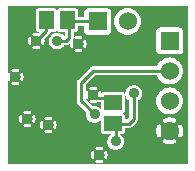
<source format=gbr>
G04 start of page 3 for group 1 idx 1 *
G04 Title: (unknown), solder *
G04 Creator: pcb 20091103 *
G04 CreationDate: Mon 21 Mar 2011 05:54:21 AM GMT UTC *
G04 For: gjhurlbu *
G04 Format: Gerber/RS-274X *
G04 PCB-Dimensions: 600000 500000 *
G04 PCB-Coordinate-Origin: lower left *
%MOIN*%
%FSLAX25Y25*%
%LNBACK*%
%ADD11C,0.0100*%
%ADD12C,0.0200*%
%ADD13C,0.0600*%
%ADD14C,0.0360*%
%ADD17C,0.0380*%
%ADD18R,0.0512X0.0512*%
G54D12*G36*
X120113Y462500D02*X122500D01*
Y410000D01*
X120113D01*
Y418860D01*
X120208Y418882D01*
X120329Y418933D01*
X120438Y419005D01*
X120534Y419094D01*
X120613Y419198D01*
X120672Y419315D01*
X120814Y419722D01*
X120917Y420142D01*
X120979Y420569D01*
X121000Y421000D01*
X120979Y421432D01*
X120917Y421859D01*
X120814Y422279D01*
X120672Y422686D01*
X120671D01*
X120612Y422802D01*
X120533Y422907D01*
X120437Y422996D01*
X120328Y423067D01*
X120207Y423118D01*
X120113Y423139D01*
Y428344D01*
X120397Y428750D01*
X120729Y429461D01*
X120932Y430219D01*
X121000Y431000D01*
X120932Y431781D01*
X120729Y432539D01*
X120397Y433250D01*
X120113Y433656D01*
Y438344D01*
X120397Y438750D01*
X120729Y439461D01*
X120932Y440219D01*
X121000Y441000D01*
X120932Y441781D01*
X120729Y442539D01*
X120397Y443250D01*
X120113Y443656D01*
Y446637D01*
X120250Y446701D01*
X120464Y446851D01*
X120649Y447036D01*
X120799Y447250D01*
X120910Y447487D01*
X120977Y447740D01*
X121000Y448000D01*
Y454000D01*
X120977Y454260D01*
X120910Y454513D01*
X120799Y454750D01*
X120649Y454964D01*
X120464Y455149D01*
X120250Y455299D01*
X120113Y455363D01*
Y462500D01*
G37*
G36*
Y443656D02*X119947Y443893D01*
X119393Y444447D01*
X118750Y444897D01*
X118039Y445229D01*
X117281Y445432D01*
X116500Y445500D01*
Y446500D01*
X119500D01*
X119760Y446523D01*
X120013Y446590D01*
X120113Y446637D01*
Y443656D01*
G37*
G36*
Y433656D02*X119947Y433893D01*
X119393Y434447D01*
X118750Y434897D01*
X118039Y435229D01*
X117281Y435432D01*
X116500Y435500D01*
Y436500D01*
X117281Y436568D01*
X118039Y436771D01*
X118750Y437103D01*
X119393Y437553D01*
X119947Y438107D01*
X120113Y438344D01*
Y433656D01*
G37*
G36*
Y410000D02*X116500D01*
Y416500D01*
X116931Y416521D01*
X117358Y416583D01*
X117778Y416686D01*
X118185Y416828D01*
Y416829D01*
X118301Y416888D01*
X118406Y416967D01*
X118495Y417063D01*
X118566Y417172D01*
X118617Y417293D01*
X118646Y417420D01*
X118653Y417550D01*
X118637Y417680D01*
X118599Y417805D01*
X118540Y417921D01*
X118461Y418026D01*
X118365Y418115D01*
X118256Y418186D01*
X118135Y418237D01*
X118008Y418266D01*
X117878Y418273D01*
X117748Y418257D01*
X117623Y418219D01*
X117352Y418124D01*
X117072Y418056D01*
X116787Y418014D01*
X116500Y418000D01*
Y424000D01*
X116787Y423987D01*
X117072Y423945D01*
X117352Y423877D01*
X117623Y423782D01*
Y423781D01*
X117748Y423743D01*
X117878Y423727D01*
X118009Y423734D01*
X118136Y423763D01*
X118257Y423814D01*
X118366Y423886D01*
X118462Y423975D01*
X118541Y424079D01*
X118600Y424196D01*
X118638Y424321D01*
X118654Y424451D01*
X118647Y424582D01*
X118618Y424709D01*
X118567Y424830D01*
X118495Y424939D01*
X118406Y425035D01*
X118302Y425114D01*
X118185Y425173D01*
X117778Y425315D01*
X117358Y425418D01*
X116931Y425480D01*
X116500Y425500D01*
Y426500D01*
X117281Y426568D01*
X118039Y426771D01*
X118750Y427103D01*
X119393Y427553D01*
X119947Y428107D01*
X120113Y428344D01*
Y423139D01*
X120080Y423147D01*
X119950Y423154D01*
X119820Y423138D01*
X119695Y423100D01*
X119579Y423041D01*
X119474Y422962D01*
X119385Y422866D01*
X119314Y422757D01*
X119263Y422636D01*
X119234Y422509D01*
X119227Y422379D01*
X119243Y422249D01*
X119281Y422124D01*
X119376Y421853D01*
X119444Y421573D01*
X119486Y421288D01*
X119500Y421000D01*
X119486Y420713D01*
X119444Y420428D01*
X119376Y420148D01*
X119281Y419877D01*
X119280D01*
X119242Y419752D01*
X119226Y419622D01*
X119233Y419491D01*
X119262Y419364D01*
X119313Y419243D01*
X119385Y419134D01*
X119474Y419038D01*
X119578Y418959D01*
X119695Y418900D01*
X119820Y418862D01*
X119950Y418846D01*
X120081Y418853D01*
X120113Y418860D01*
Y410000D01*
G37*
G36*
X116500Y462500D02*X120113D01*
Y455363D01*
X120013Y455410D01*
X119760Y455477D01*
X119500Y455500D01*
X116500D01*
Y462500D01*
G37*
G36*
X112887Y438344D02*X113053Y438107D01*
X113607Y437553D01*
X114250Y437103D01*
X114961Y436771D01*
X115719Y436568D01*
X116500Y436500D01*
Y435500D01*
X115719Y435432D01*
X114961Y435229D01*
X114250Y434897D01*
X113607Y434447D01*
X113053Y433893D01*
X112887Y433656D01*
Y438344D01*
G37*
G36*
X116500Y410000D02*X112887D01*
Y418861D01*
X112919Y418854D01*
X113049Y418847D01*
X113179Y418863D01*
X113304Y418901D01*
X113420Y418960D01*
X113525Y419039D01*
X113614Y419135D01*
X113685Y419244D01*
X113736Y419365D01*
X113765Y419492D01*
X113772Y419622D01*
X113756Y419752D01*
X113718Y419877D01*
X113623Y420148D01*
X113555Y420428D01*
X113513Y420713D01*
X113500Y421001D01*
X113513Y421288D01*
X113546Y421510D01*
X113555Y421573D01*
X113623Y421853D01*
X113718Y422124D01*
X113719D01*
X113757Y422249D01*
X113773Y422379D01*
X113766Y422510D01*
X113737Y422637D01*
X113686Y422758D01*
X113614Y422867D01*
X113525Y422963D01*
X113421Y423042D01*
X113304Y423101D01*
X113179Y423139D01*
X113049Y423155D01*
X112918Y423148D01*
X112887Y423141D01*
Y428344D01*
X113053Y428107D01*
X113607Y427553D01*
X114250Y427103D01*
X114961Y426771D01*
X115719Y426568D01*
X116500Y426500D01*
Y425500D01*
X116068Y425480D01*
X115641Y425418D01*
X115221Y425315D01*
X114814Y425173D01*
Y425172D01*
X114698Y425113D01*
X114593Y425034D01*
X114504Y424938D01*
X114433Y424829D01*
X114382Y424708D01*
X114353Y424581D01*
X114346Y424451D01*
X114362Y424321D01*
X114400Y424196D01*
X114459Y424080D01*
X114538Y423975D01*
X114634Y423886D01*
X114743Y423815D01*
X114864Y423764D01*
X114991Y423735D01*
X115121Y423728D01*
X115251Y423744D01*
X115376Y423782D01*
X115647Y423877D01*
X115927Y423945D01*
X116212Y423987D01*
X116500Y424000D01*
Y418000D01*
X116499D01*
X116212Y418014D01*
X115927Y418056D01*
X115647Y418124D01*
X115376Y418219D01*
Y418220D01*
X115251Y418258D01*
X115121Y418274D01*
X114990Y418267D01*
X114863Y418238D01*
X114742Y418187D01*
X114633Y418115D01*
X114537Y418026D01*
X114458Y417922D01*
X114399Y417805D01*
X114361Y417680D01*
X114345Y417550D01*
X114352Y417419D01*
X114381Y417292D01*
X114432Y417171D01*
X114504Y417062D01*
X114593Y416966D01*
X114697Y416887D01*
X114814Y416828D01*
X115221Y416686D01*
X115641Y416583D01*
X116068Y416521D01*
X116499Y416500D01*
X116500D01*
Y410000D01*
G37*
G36*
X112887D02*X103250D01*
Y421957D01*
X103302Y421966D01*
X103353Y421984D01*
X103427Y422004D01*
X103492Y422035D01*
X103548Y422055D01*
X103599Y422085D01*
X103664Y422115D01*
X103725Y422157D01*
X103774Y422186D01*
X103818Y422223D01*
X103878Y422265D01*
X103930Y422317D01*
X103974Y422354D01*
X105560Y423940D01*
X105561Y423939D01*
X105608Y423995D01*
X105649Y424036D01*
X105682Y424083D01*
X105729Y424139D01*
X105766Y424203D01*
X105799Y424250D01*
X105825Y424305D01*
X105860Y424366D01*
X105882Y424428D01*
X105910Y424487D01*
X105927Y424551D01*
X105949Y424612D01*
X105961Y424681D01*
X105977Y424740D01*
X105982Y424796D01*
X105995Y424869D01*
Y424943D01*
X106000Y425000D01*
Y431145D01*
X106300Y431355D01*
X106645Y431700D01*
X106925Y432100D01*
X107131Y432542D01*
X107257Y433014D01*
X107300Y433500D01*
X107257Y433986D01*
X107131Y434458D01*
X106925Y434900D01*
X106645Y435300D01*
X106300Y435645D01*
X105900Y435925D01*
X105458Y436131D01*
X104986Y436257D01*
X104500Y436300D01*
X104014Y436257D01*
X103542Y436131D01*
X103250Y435995D01*
Y439500D01*
X112261D01*
X112271Y439461D01*
X112603Y438750D01*
X112887Y438344D01*
Y433656D01*
X112603Y433250D01*
X112271Y432539D01*
X112068Y431781D01*
X112000Y431000D01*
X112068Y430219D01*
X112271Y429461D01*
X112603Y428750D01*
X112887Y428344D01*
Y423141D01*
X112791Y423119D01*
X112670Y423068D01*
X112561Y422996D01*
X112465Y422907D01*
X112386Y422803D01*
X112327Y422686D01*
X112185Y422279D01*
X112082Y421859D01*
X112031Y421510D01*
X112020Y421432D01*
X112000Y421001D01*
X112020Y420569D01*
X112082Y420142D01*
X112185Y419722D01*
X112327Y419315D01*
X112328D01*
X112387Y419199D01*
X112466Y419094D01*
X112562Y419005D01*
X112671Y418934D01*
X112792Y418883D01*
X112887Y418861D01*
Y410000D01*
G37*
G36*
X103250Y462500D02*X116500D01*
Y455500D01*
X113500D01*
X113240Y455477D01*
X112987Y455410D01*
X112750Y455299D01*
X112536Y455149D01*
X112351Y454964D01*
X112201Y454750D01*
X112090Y454513D01*
X112023Y454260D01*
X112000Y454000D01*
Y448000D01*
X112023Y447740D01*
X112090Y447487D01*
X112201Y447250D01*
X112351Y447036D01*
X112536Y446851D01*
X112750Y446701D01*
X112987Y446590D01*
X113240Y446523D01*
X113500Y446500D01*
X116500D01*
Y445500D01*
X115719Y445432D01*
X114961Y445229D01*
X114250Y444897D01*
X113607Y444447D01*
X113053Y443893D01*
X112603Y443250D01*
X112271Y442539D01*
X112261Y442500D01*
X103250D01*
Y453065D01*
X103281Y453068D01*
X104039Y453271D01*
X104750Y453603D01*
X105393Y454053D01*
X105947Y454607D01*
X106397Y455250D01*
X106729Y455961D01*
X106932Y456719D01*
X107000Y457500D01*
X106932Y458281D01*
X106729Y459039D01*
X106397Y459750D01*
X105947Y460393D01*
X105393Y460947D01*
X104750Y461397D01*
X104039Y461729D01*
X103281Y461932D01*
X103250Y461935D01*
Y462500D01*
G37*
G36*
X91000Y430200D02*X91244Y430211D01*
X91486Y430243D01*
X91724Y430296D01*
X91957Y430369D01*
X92036Y430406D01*
X92107Y430456D01*
X92141Y430489D01*
X92152Y430500D01*
X93655D01*
Y428286D01*
X93645Y428300D01*
X93300Y428645D01*
X92900Y428925D01*
X92458Y429131D01*
X91986Y429257D01*
X91500Y429300D01*
X91014Y429257D01*
X91000Y429253D01*
Y430200D01*
G37*
G36*
X103250Y435995D02*X103100Y435925D01*
X102700Y435645D01*
X102355Y435300D01*
X102075Y434900D01*
X101869Y434458D01*
X101743Y433986D01*
X101700Y433500D01*
X101743Y433014D01*
X101869Y432542D01*
X102075Y432100D01*
X102355Y431700D01*
X102700Y431355D01*
X103000Y431145D01*
Y425622D01*
X102292Y424914D01*
X101559D01*
Y425973D01*
X101544Y426147D01*
X101499Y426315D01*
X101425Y426473D01*
X101325Y426616D01*
X101202Y426739D01*
X101059Y426839D01*
X100901Y426913D01*
X100737Y426957D01*
X100901Y427001D01*
X101059Y427075D01*
X101202Y427175D01*
X101325Y427298D01*
X101425Y427441D01*
X101499Y427599D01*
X101544Y427767D01*
X101559Y427941D01*
Y433059D01*
X101544Y433233D01*
X101499Y433401D01*
X101425Y433559D01*
X101325Y433702D01*
X101202Y433825D01*
X101059Y433925D01*
X100901Y433999D01*
X100733Y434044D01*
X100559Y434059D01*
X94655D01*
X94481Y434044D01*
X94313Y433999D01*
X94155Y433925D01*
X94012Y433825D01*
X93889Y433702D01*
X93789Y433559D01*
X93761Y433500D01*
X93754D01*
X93752Y433510D01*
X93704Y433725D01*
X93631Y433958D01*
X93594Y434037D01*
X93544Y434108D01*
X93483Y434170D01*
X93411Y434220D01*
X93332Y434257D01*
X93248Y434280D01*
X93161Y434287D01*
X93074Y434280D01*
X92990Y434257D01*
X92911Y434220D01*
X92840Y434170D01*
X92778Y434109D01*
X92728Y434037D01*
X92691Y433958D01*
X92668Y433874D01*
X92661Y433787D01*
X92668Y433700D01*
X92691Y433616D01*
X92724Y433510D01*
X92727Y433500D01*
X92621D01*
X92061Y434060D01*
X91861Y434228D01*
X91634Y434359D01*
X91389Y434448D01*
X91131Y434494D01*
X91000D01*
Y434800D01*
X91156Y434794D01*
X91312Y434773D01*
X91465Y434739D01*
X91615Y434692D01*
X91699Y434669D01*
X91786Y434662D01*
X91873Y434669D01*
X91957Y434692D01*
X92036Y434729D01*
X92108Y434779D01*
X92169Y434841D01*
X92219Y434912D01*
X92256Y434991D01*
X92279Y435075D01*
X92286Y435162D01*
X92279Y435249D01*
X92256Y435333D01*
X92219Y435412D01*
X92169Y435484D01*
X92107Y435545D01*
X92036Y435595D01*
X91957Y435632D01*
X91724Y435705D01*
X91486Y435758D01*
X91244Y435790D01*
X91000Y435800D01*
Y438880D01*
X91620Y439500D01*
X103250D01*
Y435995D01*
G37*
G36*
X91000Y434494D02*X90870D01*
X90613Y434449D01*
X90367Y434360D01*
X90140Y434229D01*
X89940Y434061D01*
X89772Y433861D01*
X89641Y433634D01*
X89552Y433389D01*
X89506Y433131D01*
Y432870D01*
X89551Y432613D01*
X89640Y432367D01*
X89771Y432140D01*
X89939Y431940D01*
X90641Y431238D01*
X90534Y431262D01*
X90384Y431309D01*
X90300Y431332D01*
X90213Y431339D01*
X90126Y431332D01*
X90042Y431309D01*
X89963Y431272D01*
X89891Y431222D01*
X89830Y431160D01*
X89780Y431089D01*
X89743Y431010D01*
X89720Y430926D01*
X89713Y430839D01*
X89720Y430752D01*
X89743Y430668D01*
X89780Y430589D01*
X89830Y430517D01*
X89892Y430456D01*
X89963Y430406D01*
X90042Y430369D01*
X90275Y430296D01*
X90513Y430243D01*
X90755Y430211D01*
X90999Y430200D01*
X91000D01*
Y429253D01*
X90896Y429225D01*
X88500Y431621D01*
Y431847D01*
X88516Y431831D01*
X88588Y431781D01*
X88667Y431744D01*
X88751Y431721D01*
X88838Y431714D01*
X88925Y431721D01*
X89009Y431744D01*
X89088Y431781D01*
X89159Y431831D01*
X89221Y431892D01*
X89271Y431964D01*
X89308Y432043D01*
X89331Y432127D01*
X89338Y432214D01*
X89331Y432301D01*
X89308Y432385D01*
X89261Y432535D01*
X89227Y432688D01*
X89206Y432844D01*
X89200Y433001D01*
X89206Y433157D01*
X89227Y433313D01*
X89261Y433466D01*
X89308Y433616D01*
X89331Y433700D01*
X89338Y433787D01*
X89331Y433874D01*
X89308Y433958D01*
X89271Y434037D01*
X89221Y434109D01*
X89159Y434170D01*
X89088Y434220D01*
X89009Y434257D01*
X88925Y434280D01*
X88838Y434287D01*
X88751Y434280D01*
X88667Y434257D01*
X88588Y434220D01*
X88516Y434170D01*
X88500Y434154D01*
Y436380D01*
X91000Y438880D01*
Y435800D01*
X90755Y435790D01*
X90513Y435758D01*
X90275Y435705D01*
X90042Y435632D01*
X89963Y435595D01*
X89892Y435545D01*
X89830Y435484D01*
X89780Y435412D01*
X89743Y435333D01*
X89720Y435249D01*
X89713Y435162D01*
X89720Y435075D01*
X89743Y434991D01*
X89780Y434912D01*
X89830Y434841D01*
X89891Y434779D01*
X89963Y434729D01*
X90042Y434692D01*
X90126Y434669D01*
X90213Y434662D01*
X90300Y434669D01*
X90384Y434692D01*
X90534Y434739D01*
X90687Y434773D01*
X90843Y434794D01*
X91000Y434800D01*
Y434494D01*
G37*
G36*
X66769Y439326D02*X66772Y439313D01*
X66793Y439157D01*
X66800Y439000D01*
X66793Y438844D01*
X66772Y438688D01*
X66769Y438674D01*
Y439326D01*
G37*
G36*
X71231Y452663D02*X71300Y452669D01*
X71384Y452692D01*
X71534Y452739D01*
X71641Y452763D01*
X71231Y452353D01*
Y452663D01*
G37*
G36*
X95231Y419855D02*X97000D01*
X96700Y419645D01*
X96355Y419300D01*
X96075Y418900D01*
X95869Y418458D01*
X95743Y417986D01*
X95700Y417500D01*
X95743Y417014D01*
X95869Y416542D01*
X96075Y416100D01*
X96355Y415700D01*
X96700Y415355D01*
X97100Y415075D01*
X97542Y414869D01*
X98014Y414743D01*
X98500Y414700D01*
X98986Y414743D01*
X99458Y414869D01*
X99900Y415075D01*
X100300Y415355D01*
X100645Y415700D01*
X100925Y416100D01*
X101131Y416542D01*
X101257Y417014D01*
X101300Y417500D01*
X101257Y417986D01*
X101131Y418458D01*
X100925Y418900D01*
X100645Y419300D01*
X100300Y419645D01*
X100000Y419855D01*
X100559D01*
X100733Y419870D01*
X100901Y419915D01*
X101059Y419989D01*
X101202Y420089D01*
X101325Y420212D01*
X101425Y420355D01*
X101499Y420513D01*
X101544Y420681D01*
X101559Y420855D01*
Y421914D01*
X102914D01*
X102994Y421921D01*
X103045D01*
X103098Y421930D01*
X103174Y421937D01*
X103248Y421957D01*
X103250D01*
Y410000D01*
X95231D01*
Y411720D01*
X95248Y411721D01*
X95332Y411744D01*
X95411Y411781D01*
X95483Y411831D01*
X95544Y411893D01*
X95594Y411964D01*
X95631Y412043D01*
X95704Y412276D01*
X95757Y412514D01*
X95789Y412756D01*
X95800Y413000D01*
X95789Y413245D01*
X95757Y413487D01*
X95704Y413725D01*
X95631Y413958D01*
X95594Y414037D01*
X95544Y414108D01*
X95483Y414170D01*
X95411Y414220D01*
X95332Y414257D01*
X95248Y414280D01*
X95231Y414281D01*
Y419855D01*
G37*
G36*
X93000Y424145D02*X93300Y424355D01*
X93645Y424700D01*
X93655Y424714D01*
Y420855D01*
X93670Y420681D01*
X93715Y420513D01*
X93789Y420355D01*
X93889Y420212D01*
X94012Y420089D01*
X94155Y419989D01*
X94313Y419915D01*
X94481Y419870D01*
X94655Y419855D01*
X95231D01*
Y414281D01*
X95161Y414287D01*
X95074Y414280D01*
X94990Y414257D01*
X94911Y414220D01*
X94840Y414170D01*
X94778Y414109D01*
X94728Y414037D01*
X94691Y413958D01*
X94668Y413874D01*
X94661Y413787D01*
X94668Y413700D01*
X94691Y413616D01*
X94738Y413466D01*
X94772Y413313D01*
X94793Y413157D01*
X94800Y413000D01*
X94793Y412844D01*
X94772Y412688D01*
X94738Y412535D01*
X94691Y412385D01*
X94668Y412301D01*
X94661Y412214D01*
X94668Y412127D01*
X94691Y412043D01*
X94728Y411964D01*
X94778Y411892D01*
X94840Y411831D01*
X94911Y411781D01*
X94990Y411744D01*
X95074Y411721D01*
X95161Y411714D01*
X95231Y411720D01*
Y410000D01*
X93000D01*
Y410200D01*
X93244Y410211D01*
X93486Y410243D01*
X93724Y410296D01*
X93957Y410369D01*
X94036Y410406D01*
X94107Y410456D01*
X94169Y410517D01*
X94219Y410589D01*
X94256Y410668D01*
X94279Y410752D01*
X94286Y410839D01*
X94279Y410926D01*
X94256Y411010D01*
X94219Y411089D01*
X94169Y411160D01*
X94108Y411222D01*
X94036Y411272D01*
X93957Y411309D01*
X93873Y411332D01*
X93786Y411339D01*
X93699Y411332D01*
X93615Y411309D01*
X93465Y411262D01*
X93312Y411228D01*
X93156Y411207D01*
X93000Y411200D01*
Y414800D01*
X93156Y414794D01*
X93312Y414773D01*
X93465Y414739D01*
X93615Y414692D01*
X93699Y414669D01*
X93786Y414662D01*
X93873Y414669D01*
X93957Y414692D01*
X94036Y414729D01*
X94108Y414779D01*
X94169Y414841D01*
X94219Y414912D01*
X94256Y414991D01*
X94279Y415075D01*
X94286Y415162D01*
X94279Y415249D01*
X94256Y415333D01*
X94219Y415412D01*
X94169Y415484D01*
X94107Y415545D01*
X94036Y415595D01*
X93957Y415632D01*
X93724Y415705D01*
X93486Y415758D01*
X93244Y415790D01*
X93000Y415800D01*
Y424145D01*
G37*
G36*
X90769Y423808D02*X91014Y423743D01*
X91500Y423700D01*
X91986Y423743D01*
X92458Y423869D01*
X92900Y424075D01*
X93000Y424145D01*
Y415800D01*
X92755Y415790D01*
X92513Y415758D01*
X92275Y415705D01*
X92042Y415632D01*
X91963Y415595D01*
X91892Y415545D01*
X91830Y415484D01*
X91780Y415412D01*
X91743Y415333D01*
X91720Y415249D01*
X91713Y415162D01*
X91720Y415075D01*
X91743Y414991D01*
X91780Y414912D01*
X91830Y414841D01*
X91891Y414779D01*
X91963Y414729D01*
X92042Y414692D01*
X92126Y414669D01*
X92213Y414662D01*
X92300Y414669D01*
X92384Y414692D01*
X92534Y414739D01*
X92687Y414773D01*
X92843Y414794D01*
X93000Y414800D01*
Y411200D01*
X92999D01*
X92843Y411207D01*
X92687Y411228D01*
X92534Y411262D01*
X92384Y411309D01*
X92300Y411332D01*
X92213Y411339D01*
X92126Y411332D01*
X92042Y411309D01*
X91963Y411272D01*
X91891Y411222D01*
X91830Y411160D01*
X91780Y411089D01*
X91743Y411010D01*
X91720Y410926D01*
X91713Y410839D01*
X91720Y410752D01*
X91743Y410668D01*
X91780Y410589D01*
X91830Y410517D01*
X91892Y410456D01*
X91963Y410406D01*
X92042Y410369D01*
X92275Y410296D01*
X92513Y410243D01*
X92755Y410211D01*
X92999Y410200D01*
X93000D01*
Y410000D01*
X90769D01*
Y411720D01*
X90838Y411714D01*
X90925Y411721D01*
X91009Y411744D01*
X91088Y411781D01*
X91159Y411831D01*
X91221Y411892D01*
X91271Y411964D01*
X91308Y412043D01*
X91331Y412127D01*
X91338Y412214D01*
X91331Y412301D01*
X91308Y412385D01*
X91261Y412535D01*
X91227Y412688D01*
X91206Y412844D01*
X91200Y413001D01*
X91206Y413157D01*
X91227Y413313D01*
X91261Y413466D01*
X91308Y413616D01*
X91331Y413700D01*
X91338Y413787D01*
X91331Y413874D01*
X91308Y413958D01*
X91271Y414037D01*
X91221Y414109D01*
X91159Y414170D01*
X91088Y414220D01*
X91009Y414257D01*
X90925Y414280D01*
X90838Y414287D01*
X90769Y414281D01*
Y423808D01*
G37*
G36*
X86000Y429879D02*X88775Y427104D01*
X88743Y426986D01*
X88700Y426500D01*
X88743Y426014D01*
X88869Y425542D01*
X89075Y425100D01*
X89355Y424700D01*
X89700Y424355D01*
X90100Y424075D01*
X90542Y423869D01*
X90769Y423808D01*
Y414281D01*
X90751Y414280D01*
X90667Y414257D01*
X90588Y414220D01*
X90516Y414170D01*
X90455Y414108D01*
X90405Y414037D01*
X90368Y413958D01*
X90295Y413725D01*
X90242Y413487D01*
X90210Y413245D01*
X90200Y413001D01*
X90210Y412756D01*
X90242Y412514D01*
X90295Y412276D01*
X90368Y412043D01*
X90405Y411964D01*
X90455Y411893D01*
X90516Y411831D01*
X90588Y411781D01*
X90667Y411744D01*
X90751Y411721D01*
X90769Y411720D01*
Y410000D01*
X86000D01*
Y429879D01*
G37*
G36*
X88231Y462500D02*X103250D01*
Y461935D01*
X102500Y462000D01*
X101719Y461932D01*
X100961Y461729D01*
X100250Y461397D01*
X99607Y460947D01*
X99053Y460393D01*
X98603Y459750D01*
X98271Y459039D01*
X98068Y458281D01*
X98000Y457500D01*
X98068Y456719D01*
X98271Y455961D01*
X98603Y455250D01*
X99053Y454607D01*
X99607Y454053D01*
X100250Y453603D01*
X100961Y453271D01*
X101719Y453068D01*
X102500Y453000D01*
X103250Y453065D01*
Y442500D01*
X91000D01*
X90943Y442495D01*
X90869D01*
X90798Y442482D01*
X90740Y442477D01*
X90681Y442461D01*
X90612Y442449D01*
X90549Y442426D01*
X90487Y442410D01*
X90429Y442383D01*
X90366Y442360D01*
X90306Y442325D01*
X90250Y442299D01*
X90202Y442265D01*
X90139Y442229D01*
X90082Y442181D01*
X90036Y442149D01*
X89995Y442108D01*
X89939Y442061D01*
X88231Y440353D01*
Y448720D01*
X88248Y448721D01*
X88332Y448744D01*
X88411Y448781D01*
X88483Y448831D01*
X88544Y448893D01*
X88594Y448964D01*
X88631Y449043D01*
X88704Y449276D01*
X88757Y449514D01*
X88789Y449756D01*
X88800Y450000D01*
X88789Y450245D01*
X88757Y450487D01*
X88704Y450725D01*
X88631Y450958D01*
X88594Y451037D01*
X88544Y451108D01*
X88483Y451170D01*
X88411Y451220D01*
X88332Y451257D01*
X88248Y451280D01*
X88231Y451281D01*
Y453707D01*
X88351Y453536D01*
X88536Y453351D01*
X88750Y453201D01*
X88987Y453090D01*
X89240Y453023D01*
X89500Y453000D01*
X95500D01*
X95760Y453023D01*
X96013Y453090D01*
X96250Y453201D01*
X96464Y453351D01*
X96649Y453536D01*
X96799Y453750D01*
X96910Y453987D01*
X96977Y454240D01*
X97000Y454500D01*
Y460500D01*
X96977Y460760D01*
X96910Y461013D01*
X96799Y461250D01*
X96649Y461464D01*
X96464Y461649D01*
X96250Y461799D01*
X96013Y461910D01*
X95760Y461977D01*
X95500Y462000D01*
X89500D01*
X89240Y461977D01*
X88987Y461910D01*
X88750Y461799D01*
X88536Y461649D01*
X88351Y461464D01*
X88231Y461293D01*
Y462500D01*
G37*
G36*
Y440353D02*X86000Y438122D01*
Y447200D01*
X86244Y447211D01*
X86486Y447243D01*
X86724Y447296D01*
X86957Y447369D01*
X87036Y447406D01*
X87107Y447456D01*
X87169Y447517D01*
X87219Y447589D01*
X87256Y447668D01*
X87279Y447752D01*
X87286Y447839D01*
X87279Y447926D01*
X87256Y448010D01*
X87219Y448089D01*
X87169Y448160D01*
X87108Y448222D01*
X87036Y448272D01*
X86957Y448309D01*
X86873Y448332D01*
X86786Y448339D01*
X86699Y448332D01*
X86615Y448309D01*
X86465Y448262D01*
X86312Y448228D01*
X86156Y448207D01*
X86000Y448200D01*
Y451800D01*
X86156Y451794D01*
X86312Y451773D01*
X86465Y451739D01*
X86615Y451692D01*
X86699Y451669D01*
X86786Y451662D01*
X86873Y451669D01*
X86957Y451692D01*
X87036Y451729D01*
X87108Y451779D01*
X87169Y451841D01*
X87219Y451912D01*
X87256Y451991D01*
X87279Y452075D01*
X87286Y452162D01*
X87279Y452249D01*
X87256Y452333D01*
X87219Y452412D01*
X87169Y452484D01*
X87107Y452545D01*
X87036Y452595D01*
X86957Y452632D01*
X86724Y452705D01*
X86486Y452758D01*
X86244Y452790D01*
X86000Y452800D01*
Y454603D01*
X86044Y454767D01*
X86059Y454941D01*
Y456000D01*
X88000D01*
Y454500D01*
X88023Y454240D01*
X88090Y453987D01*
X88201Y453750D01*
X88231Y453707D01*
Y451281D01*
X88161Y451287D01*
X88074Y451280D01*
X87990Y451257D01*
X87911Y451220D01*
X87840Y451170D01*
X87778Y451109D01*
X87728Y451037D01*
X87691Y450958D01*
X87668Y450874D01*
X87661Y450787D01*
X87668Y450700D01*
X87691Y450616D01*
X87738Y450466D01*
X87772Y450313D01*
X87793Y450157D01*
X87800Y450000D01*
X87793Y449844D01*
X87772Y449688D01*
X87738Y449535D01*
X87691Y449385D01*
X87668Y449301D01*
X87661Y449214D01*
X87668Y449127D01*
X87691Y449043D01*
X87728Y448964D01*
X87778Y448892D01*
X87840Y448831D01*
X87911Y448781D01*
X87990Y448744D01*
X88074Y448721D01*
X88161Y448714D01*
X88231Y448720D01*
Y440353D01*
G37*
G36*
X86000Y462500D02*X88231D01*
Y461293D01*
X88201Y461250D01*
X88090Y461013D01*
X88023Y460760D01*
X88000Y460500D01*
Y459000D01*
X86059D01*
Y460845D01*
X86044Y461019D01*
X86000Y461183D01*
Y462500D01*
G37*
G36*
X78231Y453978D02*X78315Y454001D01*
X78473Y454075D01*
X78616Y454175D01*
X78739Y454298D01*
X78839Y454441D01*
X78913Y454599D01*
X78957Y454763D01*
X79001Y454599D01*
X79075Y454441D01*
X79175Y454298D01*
X79298Y454175D01*
X79441Y454075D01*
X79599Y454001D01*
X79767Y453956D01*
X79941Y453941D01*
X81500D01*
Y452622D01*
X81378Y452500D01*
X81355D01*
X81145Y452800D01*
X80800Y453145D01*
X80400Y453425D01*
X79958Y453631D01*
X79486Y453757D01*
X79000Y453800D01*
X78514Y453757D01*
X78231Y453681D01*
Y453978D01*
G37*
G36*
X86000Y438122D02*X85939Y438061D01*
X85940Y438060D01*
X85903Y438016D01*
X85851Y437964D01*
X85809Y437904D01*
X85772Y437860D01*
X85743Y437810D01*
X85701Y437750D01*
X85671Y437686D01*
X85641Y437634D01*
X85622Y437581D01*
X85590Y437513D01*
X85570Y437437D01*
X85552Y437388D01*
X85542Y437333D01*
X85523Y437260D01*
X85516Y437185D01*
X85507Y437131D01*
Y437079D01*
X85500Y437000D01*
Y431000D01*
X85506Y430932D01*
Y430870D01*
X85517Y430807D01*
X85523Y430740D01*
X85540Y430676D01*
X85551Y430613D01*
X85572Y430555D01*
X85590Y430487D01*
X85619Y430425D01*
X85640Y430367D01*
X85673Y430310D01*
X85701Y430250D01*
X85738Y430197D01*
X85771Y430140D01*
X85814Y430089D01*
X85851Y430036D01*
X85897Y429990D01*
X85939Y429940D01*
X86000Y429879D01*
Y410000D01*
X78231D01*
Y421720D01*
X78248Y421721D01*
X78332Y421744D01*
X78411Y421781D01*
X78483Y421831D01*
X78544Y421893D01*
X78594Y421964D01*
X78631Y422043D01*
X78704Y422276D01*
X78757Y422514D01*
X78789Y422756D01*
X78800Y423000D01*
X78789Y423245D01*
X78757Y423487D01*
X78704Y423725D01*
X78631Y423958D01*
X78594Y424037D01*
X78544Y424108D01*
X78483Y424170D01*
X78411Y424220D01*
X78332Y424257D01*
X78248Y424280D01*
X78231Y424281D01*
Y448319D01*
X78514Y448243D01*
X79000Y448200D01*
X79486Y448243D01*
X79958Y448369D01*
X80400Y448575D01*
X80800Y448855D01*
X81145Y449200D01*
X81355Y449500D01*
X82000D01*
X82080Y449507D01*
X82131D01*
X82184Y449516D01*
X82260Y449523D01*
X82330Y449542D01*
X82388Y449552D01*
X82439Y449570D01*
X82513Y449590D01*
X82579Y449621D01*
X82634Y449641D01*
X82684Y449670D01*
X82750Y449701D01*
X82811Y449743D01*
X82860Y449772D01*
X82904Y449809D01*
X82964Y449851D01*
X83016Y449903D01*
X83060Y449940D01*
X83203Y450083D01*
X83200Y450001D01*
X83210Y449756D01*
X83242Y449514D01*
X83295Y449276D01*
X83368Y449043D01*
X83405Y448964D01*
X83455Y448893D01*
X83516Y448831D01*
X83588Y448781D01*
X83667Y448744D01*
X83751Y448721D01*
X83838Y448714D01*
X83925Y448721D01*
X84009Y448744D01*
X84088Y448781D01*
X84159Y448831D01*
X84221Y448892D01*
X84271Y448964D01*
X84308Y449043D01*
X84331Y449127D01*
X84338Y449214D01*
X84331Y449301D01*
X84308Y449385D01*
X84261Y449535D01*
X84227Y449688D01*
X84206Y449844D01*
X84200Y450001D01*
X84206Y450157D01*
X84227Y450313D01*
X84261Y450466D01*
X84308Y450616D01*
X84331Y450700D01*
X84338Y450787D01*
X84331Y450874D01*
X84308Y450958D01*
X84271Y451037D01*
X84221Y451109D01*
X84211Y451118D01*
X84229Y451139D01*
X84265Y451201D01*
X84299Y451250D01*
X84324Y451304D01*
X84360Y451366D01*
X84383Y451430D01*
X84410Y451487D01*
X84427Y451550D01*
X84449Y451612D01*
X84461Y451681D01*
X84477Y451740D01*
X84482Y451796D01*
X84495Y451869D01*
Y451943D01*
X84500Y452000D01*
Y453941D01*
X85059D01*
X85233Y453956D01*
X85401Y454001D01*
X85559Y454075D01*
X85702Y454175D01*
X85825Y454298D01*
X85925Y454441D01*
X85999Y454599D01*
X86000Y454603D01*
Y452800D01*
X85755Y452790D01*
X85513Y452758D01*
X85275Y452705D01*
X85042Y452632D01*
X84963Y452595D01*
X84892Y452545D01*
X84830Y452484D01*
X84780Y452412D01*
X84743Y452333D01*
X84720Y452249D01*
X84713Y452162D01*
X84720Y452075D01*
X84743Y451991D01*
X84780Y451912D01*
X84830Y451841D01*
X84891Y451779D01*
X84963Y451729D01*
X85042Y451692D01*
X85126Y451669D01*
X85213Y451662D01*
X85300Y451669D01*
X85384Y451692D01*
X85534Y451739D01*
X85687Y451773D01*
X85843Y451794D01*
X86000Y451800D01*
Y448200D01*
X85999D01*
X85843Y448207D01*
X85687Y448228D01*
X85534Y448262D01*
X85384Y448309D01*
X85300Y448332D01*
X85213Y448339D01*
X85126Y448332D01*
X85042Y448309D01*
X84963Y448272D01*
X84891Y448222D01*
X84830Y448160D01*
X84780Y448089D01*
X84743Y448010D01*
X84720Y447926D01*
X84713Y447839D01*
X84720Y447752D01*
X84743Y447668D01*
X84780Y447589D01*
X84830Y447517D01*
X84892Y447456D01*
X84963Y447406D01*
X85042Y447369D01*
X85275Y447296D01*
X85513Y447243D01*
X85755Y447211D01*
X85999Y447200D01*
X86000D01*
Y438122D01*
G37*
G36*
X78231Y410000D02*X76000D01*
Y420200D01*
X76244Y420211D01*
X76486Y420243D01*
X76724Y420296D01*
X76957Y420369D01*
X77036Y420406D01*
X77107Y420456D01*
X77169Y420517D01*
X77219Y420589D01*
X77256Y420668D01*
X77279Y420752D01*
X77286Y420839D01*
X77279Y420926D01*
X77256Y421010D01*
X77219Y421089D01*
X77169Y421160D01*
X77108Y421222D01*
X77036Y421272D01*
X76957Y421309D01*
X76873Y421332D01*
X76786Y421339D01*
X76699Y421332D01*
X76615Y421309D01*
X76465Y421262D01*
X76312Y421228D01*
X76156Y421207D01*
X76000Y421200D01*
Y424800D01*
X76156Y424794D01*
X76312Y424773D01*
X76465Y424739D01*
X76615Y424692D01*
X76699Y424669D01*
X76786Y424662D01*
X76873Y424669D01*
X76957Y424692D01*
X77036Y424729D01*
X77108Y424779D01*
X77169Y424841D01*
X77219Y424912D01*
X77256Y424991D01*
X77279Y425075D01*
X77286Y425162D01*
X77279Y425249D01*
X77256Y425333D01*
X77219Y425412D01*
X77169Y425484D01*
X77107Y425545D01*
X77036Y425595D01*
X76957Y425632D01*
X76724Y425705D01*
X76486Y425758D01*
X76244Y425790D01*
X76000Y425800D01*
Y452880D01*
X76474Y453354D01*
X76475Y453353D01*
X76522Y453409D01*
X76563Y453450D01*
X76595Y453496D01*
X76643Y453553D01*
X76679Y453616D01*
X76713Y453664D01*
X76739Y453720D01*
X76774Y453780D01*
X76797Y453843D01*
X76824Y453901D01*
X76835Y453941D01*
X77973D01*
X78147Y453956D01*
X78231Y453978D01*
Y453681D01*
X78042Y453631D01*
X77600Y453425D01*
X77200Y453145D01*
X76855Y452800D01*
X76575Y452400D01*
X76369Y451958D01*
X76243Y451486D01*
X76200Y451000D01*
X76243Y450514D01*
X76369Y450042D01*
X76575Y449600D01*
X76855Y449200D01*
X77200Y448855D01*
X77600Y448575D01*
X78042Y448369D01*
X78231Y448319D01*
Y424281D01*
X78161Y424287D01*
X78074Y424280D01*
X77990Y424257D01*
X77911Y424220D01*
X77840Y424170D01*
X77778Y424109D01*
X77728Y424037D01*
X77691Y423958D01*
X77668Y423874D01*
X77661Y423787D01*
X77668Y423700D01*
X77691Y423616D01*
X77738Y423466D01*
X77772Y423313D01*
X77793Y423157D01*
X77800Y423000D01*
X77793Y422844D01*
X77772Y422688D01*
X77738Y422535D01*
X77691Y422385D01*
X77668Y422301D01*
X77661Y422214D01*
X77668Y422127D01*
X77691Y422043D01*
X77728Y421964D01*
X77778Y421892D01*
X77840Y421831D01*
X77911Y421781D01*
X77990Y421744D01*
X78074Y421721D01*
X78161Y421714D01*
X78231Y421720D01*
Y410000D01*
G37*
G36*
X76000D02*X73769D01*
Y421720D01*
X73838Y421714D01*
X73925Y421721D01*
X74009Y421744D01*
X74088Y421781D01*
X74159Y421831D01*
X74221Y421892D01*
X74271Y421964D01*
X74308Y422043D01*
X74331Y422127D01*
X74338Y422214D01*
X74331Y422301D01*
X74308Y422385D01*
X74261Y422535D01*
X74227Y422688D01*
X74206Y422844D01*
X74200Y423001D01*
X74206Y423157D01*
X74227Y423313D01*
X74261Y423466D01*
X74308Y423616D01*
X74331Y423700D01*
X74338Y423787D01*
X74331Y423874D01*
X74308Y423958D01*
X74271Y424037D01*
X74221Y424109D01*
X74159Y424170D01*
X74088Y424220D01*
X74009Y424257D01*
X73925Y424280D01*
X73838Y424287D01*
X73769Y424281D01*
Y449905D01*
X73778Y449892D01*
X73840Y449831D01*
X73911Y449781D01*
X73990Y449744D01*
X74074Y449721D01*
X74161Y449714D01*
X74248Y449721D01*
X74332Y449744D01*
X74411Y449781D01*
X74483Y449831D01*
X74544Y449893D01*
X74594Y449964D01*
X74631Y450043D01*
X74704Y450276D01*
X74757Y450514D01*
X74789Y450756D01*
X74800Y451000D01*
X74789Y451245D01*
X74757Y451487D01*
X74730Y451610D01*
X76000Y452880D01*
Y425800D01*
X75755Y425790D01*
X75513Y425758D01*
X75275Y425705D01*
X75042Y425632D01*
X74963Y425595D01*
X74892Y425545D01*
X74830Y425484D01*
X74780Y425412D01*
X74743Y425333D01*
X74720Y425249D01*
X74713Y425162D01*
X74720Y425075D01*
X74743Y424991D01*
X74780Y424912D01*
X74830Y424841D01*
X74891Y424779D01*
X74963Y424729D01*
X75042Y424692D01*
X75126Y424669D01*
X75213Y424662D01*
X75300Y424669D01*
X75384Y424692D01*
X75534Y424739D01*
X75687Y424773D01*
X75843Y424794D01*
X76000Y424800D01*
Y421200D01*
X75999D01*
X75843Y421207D01*
X75687Y421228D01*
X75534Y421262D01*
X75384Y421309D01*
X75300Y421332D01*
X75213Y421339D01*
X75126Y421332D01*
X75042Y421309D01*
X74963Y421272D01*
X74891Y421222D01*
X74830Y421160D01*
X74780Y421089D01*
X74743Y421010D01*
X74720Y420926D01*
X74713Y420839D01*
X74720Y420752D01*
X74743Y420668D01*
X74780Y420589D01*
X74830Y420517D01*
X74892Y420456D01*
X74963Y420406D01*
X75042Y420369D01*
X75275Y420296D01*
X75513Y420243D01*
X75755Y420211D01*
X75999Y420200D01*
X76000D01*
Y410000D01*
G37*
G36*
X73769D02*X71231D01*
Y423720D01*
X71248Y423721D01*
X71332Y423744D01*
X71411Y423781D01*
X71483Y423831D01*
X71544Y423893D01*
X71594Y423964D01*
X71631Y424043D01*
X71704Y424276D01*
X71757Y424514D01*
X71789Y424756D01*
X71800Y425000D01*
X71789Y425245D01*
X71757Y425487D01*
X71704Y425725D01*
X71631Y425958D01*
X71594Y426037D01*
X71544Y426108D01*
X71483Y426170D01*
X71411Y426220D01*
X71332Y426257D01*
X71248Y426280D01*
X71231Y426281D01*
Y448310D01*
X71275Y448296D01*
X71513Y448243D01*
X71755Y448211D01*
X71999Y448200D01*
X72244Y448211D01*
X72486Y448243D01*
X72724Y448296D01*
X72957Y448369D01*
X73036Y448406D01*
X73107Y448456D01*
X73169Y448517D01*
X73219Y448589D01*
X73256Y448668D01*
X73279Y448752D01*
X73286Y448839D01*
X73279Y448926D01*
X73256Y449010D01*
X73219Y449089D01*
X73169Y449160D01*
X73108Y449222D01*
X73036Y449272D01*
X72957Y449309D01*
X72873Y449332D01*
X72786Y449339D01*
X72699Y449332D01*
X72615Y449309D01*
X72465Y449262D01*
X72312Y449228D01*
X72156Y449207D01*
X71999Y449200D01*
X71843Y449207D01*
X71687Y449228D01*
X71534Y449262D01*
X71384Y449309D01*
X71300Y449332D01*
X71231Y449338D01*
Y449719D01*
X71366Y449641D01*
X71612Y449552D01*
X71869Y449507D01*
X72131D01*
X72388Y449552D01*
X72634Y449641D01*
X72860Y449772D01*
X73060Y449940D01*
X73762Y450642D01*
X73738Y450535D01*
X73691Y450385D01*
X73668Y450301D01*
X73661Y450214D01*
X73668Y450127D01*
X73691Y450043D01*
X73728Y449964D01*
X73769Y449905D01*
Y424281D01*
X73751Y424280D01*
X73667Y424257D01*
X73588Y424220D01*
X73516Y424170D01*
X73455Y424108D01*
X73405Y424037D01*
X73368Y423958D01*
X73295Y423725D01*
X73242Y423487D01*
X73210Y423245D01*
X73200Y423001D01*
X73210Y422756D01*
X73242Y422514D01*
X73295Y422276D01*
X73368Y422043D01*
X73405Y421964D01*
X73455Y421893D01*
X73516Y421831D01*
X73588Y421781D01*
X73667Y421744D01*
X73751Y421721D01*
X73769Y421720D01*
Y410000D01*
G37*
G36*
X71231Y462500D02*X86000D01*
Y461183D01*
X85999Y461187D01*
X85925Y461345D01*
X85825Y461488D01*
X85702Y461611D01*
X85559Y461711D01*
X85401Y461785D01*
X85233Y461830D01*
X85059Y461845D01*
X79941D01*
X79767Y461830D01*
X79599Y461785D01*
X79441Y461711D01*
X79298Y461611D01*
X79175Y461488D01*
X79075Y461345D01*
X79001Y461187D01*
X78957Y461023D01*
X78913Y461187D01*
X78839Y461345D01*
X78739Y461488D01*
X78616Y461611D01*
X78473Y461711D01*
X78315Y461785D01*
X78147Y461830D01*
X77973Y461845D01*
X72855D01*
X72681Y461830D01*
X72513Y461785D01*
X72355Y461711D01*
X72212Y461611D01*
X72089Y461488D01*
X71989Y461345D01*
X71915Y461187D01*
X71870Y461019D01*
X71855Y460845D01*
Y454941D01*
X71870Y454767D01*
X71915Y454599D01*
X71989Y454441D01*
X72089Y454298D01*
X72212Y454175D01*
X72355Y454075D01*
X72513Y454001D01*
X72681Y453956D01*
X72822Y453944D01*
X72609Y453731D01*
X72486Y453758D01*
X72244Y453790D01*
X72000Y453800D01*
X71755Y453790D01*
X71513Y453758D01*
X71275Y453705D01*
X71231Y453691D01*
Y462500D01*
G37*
G36*
X69769D02*X71231D01*
Y453691D01*
X71042Y453632D01*
X70963Y453595D01*
X70892Y453545D01*
X70830Y453484D01*
X70780Y453412D01*
X70743Y453333D01*
X70720Y453249D01*
X70713Y453162D01*
X70720Y453075D01*
X70743Y452991D01*
X70780Y452912D01*
X70830Y452841D01*
X70891Y452779D01*
X70963Y452729D01*
X71042Y452692D01*
X71126Y452669D01*
X71213Y452662D01*
X71231Y452663D01*
Y452353D01*
X70939Y452061D01*
X70940Y452060D01*
X70772Y451860D01*
X70641Y451634D01*
X70552Y451388D01*
X70507Y451131D01*
Y450869D01*
X70552Y450612D01*
X70641Y450366D01*
X70772Y450140D01*
X70940Y449940D01*
X71140Y449772D01*
X71231Y449719D01*
Y449338D01*
X71213Y449339D01*
X71126Y449332D01*
X71042Y449309D01*
X70963Y449272D01*
X70891Y449222D01*
X70830Y449160D01*
X70780Y449089D01*
X70743Y449010D01*
X70720Y448926D01*
X70713Y448839D01*
X70720Y448752D01*
X70743Y448668D01*
X70780Y448589D01*
X70830Y448517D01*
X70892Y448456D01*
X70963Y448406D01*
X71042Y448369D01*
X71231Y448310D01*
Y426281D01*
X71161Y426287D01*
X71074Y426280D01*
X70990Y426257D01*
X70911Y426220D01*
X70840Y426170D01*
X70778Y426109D01*
X70728Y426037D01*
X70691Y425958D01*
X70668Y425874D01*
X70661Y425787D01*
X70668Y425700D01*
X70691Y425616D01*
X70738Y425466D01*
X70772Y425313D01*
X70793Y425157D01*
X70800Y425000D01*
X70793Y424844D01*
X70772Y424688D01*
X70738Y424535D01*
X70691Y424385D01*
X70668Y424301D01*
X70661Y424214D01*
X70668Y424127D01*
X70691Y424043D01*
X70728Y423964D01*
X70778Y423892D01*
X70840Y423831D01*
X70911Y423781D01*
X70990Y423744D01*
X71074Y423721D01*
X71161Y423714D01*
X71231Y423720D01*
Y410000D01*
X69769D01*
Y422310D01*
X69957Y422369D01*
X70036Y422406D01*
X70107Y422456D01*
X70169Y422517D01*
X70219Y422589D01*
X70256Y422668D01*
X70279Y422752D01*
X70286Y422839D01*
X70279Y422926D01*
X70256Y423010D01*
X70219Y423089D01*
X70169Y423160D01*
X70108Y423222D01*
X70036Y423272D01*
X69957Y423309D01*
X69873Y423332D01*
X69786Y423339D01*
X69769Y423338D01*
Y426663D01*
X69786Y426662D01*
X69873Y426669D01*
X69957Y426692D01*
X70036Y426729D01*
X70108Y426779D01*
X70169Y426841D01*
X70219Y426912D01*
X70256Y426991D01*
X70279Y427075D01*
X70286Y427162D01*
X70279Y427249D01*
X70256Y427333D01*
X70219Y427412D01*
X70169Y427484D01*
X70107Y427545D01*
X70036Y427595D01*
X69957Y427632D01*
X69769Y427691D01*
Y449720D01*
X69838Y449714D01*
X69925Y449721D01*
X70009Y449744D01*
X70088Y449781D01*
X70159Y449831D01*
X70221Y449892D01*
X70271Y449964D01*
X70308Y450043D01*
X70331Y450127D01*
X70338Y450214D01*
X70331Y450301D01*
X70308Y450385D01*
X70261Y450535D01*
X70227Y450688D01*
X70206Y450844D01*
X70200Y451001D01*
X70206Y451157D01*
X70227Y451313D01*
X70261Y451466D01*
X70308Y451616D01*
X70331Y451700D01*
X70338Y451787D01*
X70331Y451874D01*
X70308Y451958D01*
X70271Y452037D01*
X70221Y452109D01*
X70159Y452170D01*
X70088Y452220D01*
X70009Y452257D01*
X69925Y452280D01*
X69838Y452287D01*
X69769Y452281D01*
Y462500D01*
G37*
G36*
Y423338D02*X69699Y423332D01*
X69615Y423309D01*
X69465Y423262D01*
X69312Y423228D01*
X69156Y423207D01*
X69000Y423200D01*
Y426800D01*
X69156Y426794D01*
X69312Y426773D01*
X69465Y426739D01*
X69615Y426692D01*
X69699Y426669D01*
X69769Y426663D01*
Y423338D01*
G37*
G36*
Y410000D02*X69000D01*
Y422200D01*
X69244Y422211D01*
X69486Y422243D01*
X69724Y422296D01*
X69769Y422310D01*
Y410000D01*
G37*
G36*
X69000Y462500D02*X69769D01*
Y452281D01*
X69751Y452280D01*
X69667Y452257D01*
X69588Y452220D01*
X69516Y452170D01*
X69455Y452108D01*
X69405Y452037D01*
X69368Y451958D01*
X69295Y451725D01*
X69242Y451487D01*
X69210Y451245D01*
X69200Y451001D01*
X69210Y450756D01*
X69242Y450514D01*
X69295Y450276D01*
X69368Y450043D01*
X69405Y449964D01*
X69455Y449893D01*
X69516Y449831D01*
X69588Y449781D01*
X69667Y449744D01*
X69751Y449721D01*
X69769Y449720D01*
Y427691D01*
X69724Y427705D01*
X69486Y427758D01*
X69244Y427790D01*
X69000Y427800D01*
Y462500D01*
G37*
G36*
X66769D02*X69000D01*
Y427800D01*
X68755Y427790D01*
X68513Y427758D01*
X68275Y427705D01*
X68042Y427632D01*
X67963Y427595D01*
X67892Y427545D01*
X67830Y427484D01*
X67780Y427412D01*
X67743Y427333D01*
X67720Y427249D01*
X67713Y427162D01*
X67720Y427075D01*
X67743Y426991D01*
X67780Y426912D01*
X67830Y426841D01*
X67891Y426779D01*
X67963Y426729D01*
X68042Y426692D01*
X68126Y426669D01*
X68213Y426662D01*
X68300Y426669D01*
X68384Y426692D01*
X68534Y426739D01*
X68687Y426773D01*
X68843Y426794D01*
X69000Y426800D01*
Y423200D01*
X68999D01*
X68843Y423207D01*
X68687Y423228D01*
X68534Y423262D01*
X68384Y423309D01*
X68300Y423332D01*
X68213Y423339D01*
X68126Y423332D01*
X68042Y423309D01*
X67963Y423272D01*
X67891Y423222D01*
X67830Y423160D01*
X67780Y423089D01*
X67743Y423010D01*
X67720Y422926D01*
X67713Y422839D01*
X67720Y422752D01*
X67743Y422668D01*
X67780Y422589D01*
X67830Y422517D01*
X67892Y422456D01*
X67963Y422406D01*
X68042Y422369D01*
X68275Y422296D01*
X68513Y422243D01*
X68755Y422211D01*
X68999Y422200D01*
X69000D01*
Y410000D01*
X66769D01*
Y423720D01*
X66838Y423714D01*
X66925Y423721D01*
X67009Y423744D01*
X67088Y423781D01*
X67159Y423831D01*
X67221Y423892D01*
X67271Y423964D01*
X67308Y424043D01*
X67331Y424127D01*
X67338Y424214D01*
X67331Y424301D01*
X67308Y424385D01*
X67261Y424535D01*
X67227Y424688D01*
X67206Y424844D01*
X67200Y425001D01*
X67206Y425157D01*
X67227Y425313D01*
X67261Y425466D01*
X67308Y425616D01*
X67331Y425700D01*
X67338Y425787D01*
X67331Y425874D01*
X67308Y425958D01*
X67271Y426037D01*
X67221Y426109D01*
X67159Y426170D01*
X67088Y426220D01*
X67009Y426257D01*
X66925Y426280D01*
X66838Y426287D01*
X66769Y426281D01*
Y437905D01*
X66778Y437892D01*
X66840Y437831D01*
X66911Y437781D01*
X66990Y437744D01*
X67074Y437721D01*
X67161Y437714D01*
X67248Y437721D01*
X67332Y437744D01*
X67411Y437781D01*
X67483Y437831D01*
X67544Y437893D01*
X67594Y437964D01*
X67631Y438043D01*
X67704Y438276D01*
X67757Y438514D01*
X67789Y438756D01*
X67800Y439000D01*
X67789Y439245D01*
X67757Y439487D01*
X67704Y439725D01*
X67631Y439958D01*
X67594Y440037D01*
X67544Y440108D01*
X67483Y440170D01*
X67411Y440220D01*
X67332Y440257D01*
X67248Y440280D01*
X67161Y440287D01*
X67074Y440280D01*
X66990Y440257D01*
X66911Y440220D01*
X66840Y440170D01*
X66778Y440109D01*
X66769Y440096D01*
Y462500D01*
G37*
G36*
X65000D02*X66769D01*
Y440096D01*
X66728Y440037D01*
X66691Y439958D01*
X66668Y439874D01*
X66661Y439787D01*
X66668Y439700D01*
X66691Y439616D01*
X66738Y439466D01*
X66769Y439326D01*
Y438674D01*
X66738Y438535D01*
X66691Y438385D01*
X66668Y438301D01*
X66661Y438214D01*
X66668Y438127D01*
X66691Y438043D01*
X66728Y437964D01*
X66769Y437905D01*
Y426281D01*
X66751Y426280D01*
X66667Y426257D01*
X66588Y426220D01*
X66516Y426170D01*
X66455Y426108D01*
X66405Y426037D01*
X66368Y425958D01*
X66295Y425725D01*
X66242Y425487D01*
X66210Y425245D01*
X66200Y425001D01*
X66210Y424756D01*
X66242Y424514D01*
X66295Y424276D01*
X66368Y424043D01*
X66405Y423964D01*
X66455Y423893D01*
X66516Y423831D01*
X66588Y423781D01*
X66667Y423744D01*
X66751Y423721D01*
X66769Y423720D01*
Y410000D01*
X65000D01*
Y436200D01*
X65244Y436211D01*
X65486Y436243D01*
X65724Y436296D01*
X65957Y436369D01*
X66036Y436406D01*
X66107Y436456D01*
X66169Y436517D01*
X66219Y436589D01*
X66256Y436668D01*
X66279Y436752D01*
X66286Y436839D01*
X66279Y436926D01*
X66256Y437010D01*
X66219Y437089D01*
X66169Y437160D01*
X66108Y437222D01*
X66036Y437272D01*
X65957Y437309D01*
X65873Y437332D01*
X65786Y437339D01*
X65699Y437332D01*
X65615Y437309D01*
X65465Y437262D01*
X65312Y437228D01*
X65156Y437207D01*
X65000Y437200D01*
Y440800D01*
X65156Y440794D01*
X65312Y440773D01*
X65465Y440739D01*
X65615Y440692D01*
X65699Y440669D01*
X65786Y440662D01*
X65873Y440669D01*
X65957Y440692D01*
X66036Y440729D01*
X66108Y440779D01*
X66169Y440841D01*
X66219Y440912D01*
X66256Y440991D01*
X66279Y441075D01*
X66286Y441162D01*
X66279Y441249D01*
X66256Y441333D01*
X66219Y441412D01*
X66169Y441484D01*
X66107Y441545D01*
X66036Y441595D01*
X65957Y441632D01*
X65724Y441705D01*
X65486Y441758D01*
X65244Y441790D01*
X65000Y441800D01*
Y462500D01*
G37*
G36*
X62500Y410000D02*Y437847D01*
X62516Y437831D01*
X62588Y437781D01*
X62667Y437744D01*
X62751Y437721D01*
X62838Y437714D01*
X62925Y437721D01*
X63009Y437744D01*
X63088Y437781D01*
X63159Y437831D01*
X63221Y437892D01*
X63271Y437964D01*
X63308Y438043D01*
X63331Y438127D01*
X63338Y438214D01*
X63331Y438301D01*
X63308Y438385D01*
X63261Y438535D01*
X63227Y438688D01*
X63206Y438844D01*
X63200Y439001D01*
X63206Y439157D01*
X63227Y439313D01*
X63261Y439466D01*
X63308Y439616D01*
X63331Y439700D01*
X63338Y439787D01*
X63331Y439874D01*
X63308Y439958D01*
X63271Y440037D01*
X63221Y440109D01*
X63159Y440170D01*
X63088Y440220D01*
X63009Y440257D01*
X62925Y440280D01*
X62838Y440287D01*
X62751Y440280D01*
X62667Y440257D01*
X62588Y440220D01*
X62516Y440170D01*
X62500Y440154D01*
Y462500D01*
X65000D01*
Y441800D01*
X64755Y441790D01*
X64513Y441758D01*
X64275Y441705D01*
X64042Y441632D01*
X63963Y441595D01*
X63892Y441545D01*
X63830Y441484D01*
X63780Y441412D01*
X63743Y441333D01*
X63720Y441249D01*
X63713Y441162D01*
X63720Y441075D01*
X63743Y440991D01*
X63780Y440912D01*
X63830Y440841D01*
X63891Y440779D01*
X63963Y440729D01*
X64042Y440692D01*
X64126Y440669D01*
X64213Y440662D01*
X64300Y440669D01*
X64384Y440692D01*
X64534Y440739D01*
X64687Y440773D01*
X64843Y440794D01*
X65000Y440800D01*
Y437200D01*
X64999D01*
X64843Y437207D01*
X64687Y437228D01*
X64534Y437262D01*
X64384Y437309D01*
X64300Y437332D01*
X64213Y437339D01*
X64126Y437332D01*
X64042Y437309D01*
X63963Y437272D01*
X63891Y437222D01*
X63830Y437160D01*
X63780Y437089D01*
X63743Y437010D01*
X63720Y436926D01*
X63713Y436839D01*
X63720Y436752D01*
X63743Y436668D01*
X63780Y436589D01*
X63830Y436517D01*
X63892Y436456D01*
X63963Y436406D01*
X64042Y436369D01*
X64275Y436296D01*
X64513Y436243D01*
X64755Y436211D01*
X64999Y436200D01*
X65000D01*
Y410000D01*
X62500D01*
G37*
G54D11*X79000Y451000D02*X82000D01*
X83000Y452000D01*
X75414Y457500D02*Y454414D01*
X92500Y457500D02*X83286D01*
X82500Y458286D01*
X83000Y452000D02*Y457000D01*
X82500Y457500D01*
X75414Y454414D02*X72000Y451000D01*
X96286Y432000D02*X97500Y430786D01*
X98500Y417500D02*Y422914D01*
X98000Y423414D01*
X102914D01*
X104500Y425000D01*
Y433500D01*
X96286Y432000D02*X92000D01*
X91000Y441000D02*X116500D01*
X92000Y432000D02*X91000Y433000D01*
X91500Y426500D02*X87000Y431000D01*
Y437000D01*
X91000Y441000D01*
G54D12*G36*
X89500Y460500D02*Y454500D01*
X95500D01*
Y460500D01*
X89500D01*
G37*
G54D13*X102500Y457500D03*
G54D12*G36*
X113500Y454000D02*Y448000D01*
X119500D01*
Y454000D01*
X113500D01*
G37*
G54D13*X116500Y441000D03*
Y431000D03*
Y421000D03*
G54D14*X65000Y439000D03*
X79000Y451000D03*
X72000D03*
X86000Y450000D03*
X93000Y413000D03*
X91000Y433000D03*
X91500Y426500D03*
X76000Y423000D03*
X69000Y425000D03*
X98500Y417500D03*
X104500Y433500D03*
G54D18*X97214Y430500D02*X98000D01*
X97214Y423414D02*X98000D01*
X75414Y458286D02*Y457500D01*
X82500Y458286D02*Y457500D01*
G54D17*G54D12*M02*

</source>
